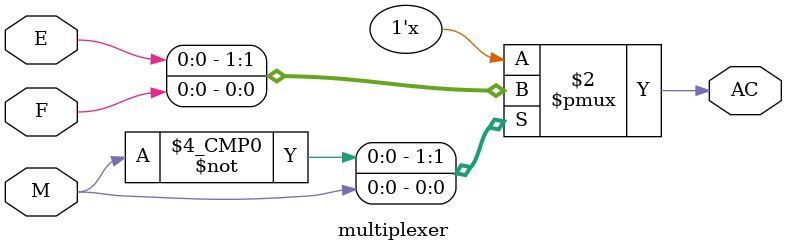
<source format=v>



// Generated by Quartus Prime Version 16.0 (Build Build 211 04/27/2016)
// Created on Fri Sep 23 11:48:21 2016

//  Module Declaration
module multiplexer
(
// {{ALTERA_ARGS_BEGIN}} DO NOT REMOVE THIS LINE!
M, E, F, AC
// {{ALTERA_ARGS_END}} DO NOT REMOVE THIS LINE!
);
// Port Declaration

// {{ALTERA_IO_BEGIN}} DO NOT REMOVE THIS LINE!
input M;
input E;
input F;
output reg AC;
// {{ALTERA_IO_END}} DO NOT REMOVE THIS LINE!


always @(*)
begin
	case({M})
		1'b0: AC = E;
		1'b1: AC = F;
	endcase
end




endmodule

</source>
